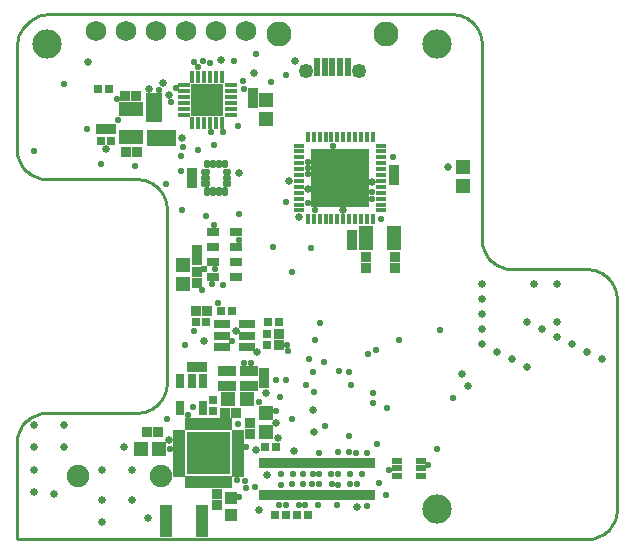
<source format=gbr>
G04 EAGLE Gerber RS-274X export*
G75*
%MOMM*%
%FSLAX34Y34*%
%LPD*%
%INSoldermask Bottom*%
%IPPOS*%
%AMOC8*
5,1,8,0,0,1.08239X$1,22.5*%
G01*
%ADD10C,2.489200*%
%ADD11R,1.016000X0.406400*%
%ADD12R,0.406400X1.016000*%
%ADD13R,2.794000X2.794000*%
%ADD14R,0.823200X0.823200*%
%ADD15R,1.203200X1.153200*%
%ADD16R,0.433200X0.863200*%
%ADD17R,0.400800X0.710800*%
%ADD18R,9.804400X0.965200*%
%ADD19R,0.603200X1.553200*%
%ADD20C,2.103200*%
%ADD21C,1.253200*%
%ADD22R,0.703200X0.703200*%
%ADD23R,0.838200X1.473200*%
%ADD24R,1.473200X0.838200*%
%ADD25R,0.453200X0.953200*%
%ADD26R,0.953200X0.453200*%
%ADD27R,4.903200X4.903200*%
%ADD28C,0.231472*%
%ADD29R,1.409600X0.683200*%
%ADD30R,1.103200X0.753200*%
%ADD31R,2.103200X1.303200*%
%ADD32R,1.303200X2.103200*%
%ADD33C,1.727200*%
%ADD34R,1.053200X0.483200*%
%ADD35R,0.483200X1.053200*%
%ADD36C,0.703200*%
%ADD37C,1.903200*%
%ADD38R,0.876300X0.508000*%
%ADD39R,1.003200X1.003200*%
%ADD40R,1.153200X1.203200*%
%ADD41R,1.103200X2.703200*%
%ADD42R,0.711200X1.168400*%
%ADD43R,1.498600X0.812800*%
%ADD44C,0.584200*%
%ADD45C,0.660400*%
%ADD46C,0.558800*%
%ADD47C,0.609600*%
%ADD48C,0.254000*%

G36*
X144419Y90908D02*
X144419Y90908D01*
X144417Y90909D01*
X144374Y90889D01*
X144330Y90871D01*
X144330Y90869D01*
X144328Y90868D01*
X144295Y90783D01*
X144295Y55013D01*
X144296Y55011D01*
X144295Y55009D01*
X144315Y54966D01*
X144333Y54922D01*
X144335Y54922D01*
X144336Y54920D01*
X144421Y54887D01*
X180191Y54887D01*
X180193Y54888D01*
X180195Y54887D01*
X180238Y54907D01*
X180282Y54925D01*
X180282Y54927D01*
X180284Y54928D01*
X180317Y55013D01*
X180317Y90783D01*
X180316Y90785D01*
X180317Y90787D01*
X180298Y90830D01*
X180281Y90868D01*
X180279Y90874D01*
X180277Y90874D01*
X180276Y90876D01*
X180191Y90909D01*
X144421Y90909D01*
X144419Y90908D01*
G37*
G36*
X181908Y43077D02*
X181908Y43077D01*
X181910Y43076D01*
X181953Y43096D01*
X181997Y43114D01*
X181998Y43116D01*
X182000Y43117D01*
X182033Y43202D01*
X182033Y53094D01*
X182032Y53096D01*
X182033Y53098D01*
X182013Y53141D01*
X181994Y53185D01*
X181992Y53185D01*
X181991Y53187D01*
X181906Y53220D01*
X177714Y53220D01*
X177712Y53219D01*
X177710Y53220D01*
X177667Y53200D01*
X177624Y53182D01*
X177623Y53180D01*
X177621Y53179D01*
X177588Y53094D01*
X177588Y43202D01*
X177589Y43200D01*
X177588Y43198D01*
X177608Y43155D01*
X177627Y43111D01*
X177629Y43111D01*
X177630Y43109D01*
X177714Y43076D01*
X181906Y43076D01*
X181908Y43077D01*
G37*
G36*
X192004Y53177D02*
X192004Y53177D01*
X192006Y53176D01*
X192049Y53196D01*
X192093Y53214D01*
X192093Y53216D01*
X192095Y53217D01*
X192128Y53302D01*
X192128Y57494D01*
X192127Y57496D01*
X192128Y57498D01*
X192108Y57541D01*
X192090Y57585D01*
X192088Y57585D01*
X192087Y57587D01*
X192002Y57620D01*
X182110Y57620D01*
X182108Y57619D01*
X182106Y57620D01*
X182063Y57600D01*
X182019Y57582D01*
X182019Y57580D01*
X182017Y57579D01*
X181984Y57494D01*
X181984Y53302D01*
X181985Y53300D01*
X181984Y53298D01*
X182004Y53255D01*
X182022Y53211D01*
X182024Y53211D01*
X182025Y53209D01*
X182110Y53176D01*
X192002Y53176D01*
X192004Y53177D01*
G37*
G36*
X192004Y58177D02*
X192004Y58177D01*
X192006Y58176D01*
X192049Y58196D01*
X192093Y58214D01*
X192093Y58216D01*
X192095Y58217D01*
X192128Y58302D01*
X192128Y62494D01*
X192127Y62496D01*
X192128Y62498D01*
X192108Y62541D01*
X192090Y62585D01*
X192088Y62585D01*
X192087Y62587D01*
X192002Y62620D01*
X182110Y62620D01*
X182108Y62619D01*
X182106Y62620D01*
X182063Y62600D01*
X182019Y62582D01*
X182019Y62580D01*
X182017Y62579D01*
X181984Y62494D01*
X181984Y58302D01*
X181985Y58300D01*
X181984Y58298D01*
X182004Y58255D01*
X182022Y58211D01*
X182024Y58211D01*
X182025Y58209D01*
X182110Y58176D01*
X192002Y58176D01*
X192004Y58177D01*
G37*
G36*
X146900Y92577D02*
X146900Y92577D01*
X146902Y92576D01*
X146945Y92596D01*
X146988Y92614D01*
X146989Y92616D01*
X146991Y92617D01*
X147024Y92702D01*
X147024Y102594D01*
X147023Y102596D01*
X147024Y102598D01*
X147004Y102641D01*
X146985Y102685D01*
X146983Y102685D01*
X146982Y102687D01*
X146898Y102720D01*
X142706Y102720D01*
X142704Y102719D01*
X142702Y102720D01*
X142659Y102700D01*
X142615Y102682D01*
X142614Y102680D01*
X142612Y102679D01*
X142579Y102594D01*
X142579Y92702D01*
X142580Y92700D01*
X142579Y92698D01*
X142599Y92655D01*
X142618Y92611D01*
X142620Y92611D01*
X142621Y92609D01*
X142706Y92576D01*
X146898Y92576D01*
X146900Y92577D01*
G37*
G36*
X142504Y58177D02*
X142504Y58177D01*
X142506Y58176D01*
X142549Y58196D01*
X142593Y58214D01*
X142593Y58216D01*
X142595Y58217D01*
X142628Y58302D01*
X142628Y62494D01*
X142627Y62496D01*
X142628Y62498D01*
X142608Y62541D01*
X142590Y62585D01*
X142588Y62585D01*
X142587Y62587D01*
X142502Y62620D01*
X132610Y62620D01*
X132608Y62619D01*
X132606Y62620D01*
X132563Y62600D01*
X132519Y62582D01*
X132519Y62580D01*
X132517Y62579D01*
X132484Y62494D01*
X132484Y58302D01*
X132485Y58300D01*
X132484Y58298D01*
X132504Y58255D01*
X132522Y58211D01*
X132524Y58211D01*
X132525Y58209D01*
X132610Y58176D01*
X142502Y58176D01*
X142504Y58177D01*
G37*
G36*
X142504Y63177D02*
X142504Y63177D01*
X142506Y63176D01*
X142549Y63196D01*
X142593Y63214D01*
X142593Y63216D01*
X142595Y63217D01*
X142628Y63302D01*
X142628Y67494D01*
X142627Y67496D01*
X142628Y67498D01*
X142608Y67541D01*
X142590Y67585D01*
X142588Y67585D01*
X142587Y67587D01*
X142502Y67620D01*
X132610Y67620D01*
X132608Y67619D01*
X132606Y67620D01*
X132563Y67600D01*
X132519Y67582D01*
X132519Y67580D01*
X132517Y67579D01*
X132484Y67494D01*
X132484Y63302D01*
X132485Y63300D01*
X132484Y63298D01*
X132504Y63255D01*
X132522Y63211D01*
X132524Y63211D01*
X132525Y63209D01*
X132610Y63176D01*
X142502Y63176D01*
X142504Y63177D01*
G37*
G36*
X181908Y92577D02*
X181908Y92577D01*
X181910Y92576D01*
X181953Y92596D01*
X181997Y92614D01*
X181998Y92616D01*
X182000Y92617D01*
X182033Y92702D01*
X182033Y102594D01*
X182032Y102596D01*
X182033Y102598D01*
X182013Y102641D01*
X181994Y102685D01*
X181992Y102685D01*
X181991Y102687D01*
X181906Y102720D01*
X177714Y102720D01*
X177712Y102719D01*
X177710Y102720D01*
X177667Y102700D01*
X177624Y102682D01*
X177623Y102680D01*
X177621Y102679D01*
X177588Y102594D01*
X177588Y92702D01*
X177589Y92700D01*
X177588Y92698D01*
X177608Y92655D01*
X177627Y92611D01*
X177629Y92611D01*
X177630Y92609D01*
X177714Y92576D01*
X181906Y92576D01*
X181908Y92577D01*
G37*
G36*
X142504Y88177D02*
X142504Y88177D01*
X142506Y88176D01*
X142549Y88196D01*
X142593Y88214D01*
X142593Y88216D01*
X142595Y88217D01*
X142628Y88302D01*
X142628Y92494D01*
X142627Y92496D01*
X142628Y92498D01*
X142608Y92541D01*
X142590Y92585D01*
X142588Y92585D01*
X142587Y92587D01*
X142502Y92620D01*
X132610Y92620D01*
X132608Y92619D01*
X132606Y92620D01*
X132563Y92600D01*
X132519Y92582D01*
X132519Y92580D01*
X132517Y92579D01*
X132484Y92494D01*
X132484Y88302D01*
X132485Y88300D01*
X132484Y88298D01*
X132504Y88255D01*
X132522Y88211D01*
X132524Y88211D01*
X132525Y88209D01*
X132610Y88176D01*
X142502Y88176D01*
X142504Y88177D01*
G37*
G36*
X192004Y78177D02*
X192004Y78177D01*
X192006Y78176D01*
X192049Y78196D01*
X192093Y78214D01*
X192093Y78216D01*
X192095Y78217D01*
X192128Y78302D01*
X192128Y82494D01*
X192127Y82496D01*
X192128Y82498D01*
X192108Y82541D01*
X192090Y82585D01*
X192088Y82585D01*
X192087Y82587D01*
X192002Y82620D01*
X182110Y82620D01*
X182108Y82619D01*
X182106Y82620D01*
X182063Y82600D01*
X182019Y82582D01*
X182019Y82580D01*
X182017Y82579D01*
X181984Y82494D01*
X181984Y78302D01*
X181985Y78300D01*
X181984Y78298D01*
X182004Y78255D01*
X182022Y78211D01*
X182024Y78211D01*
X182025Y78209D01*
X182110Y78176D01*
X192002Y78176D01*
X192004Y78177D01*
G37*
G36*
X146900Y43077D02*
X146900Y43077D01*
X146902Y43076D01*
X146945Y43096D01*
X146988Y43114D01*
X146989Y43116D01*
X146991Y43117D01*
X147024Y43202D01*
X147024Y53094D01*
X147023Y53096D01*
X147024Y53098D01*
X147004Y53141D01*
X146985Y53185D01*
X146983Y53185D01*
X146982Y53187D01*
X146898Y53220D01*
X142706Y53220D01*
X142704Y53219D01*
X142702Y53220D01*
X142659Y53200D01*
X142615Y53182D01*
X142614Y53180D01*
X142612Y53179D01*
X142579Y53094D01*
X142579Y43202D01*
X142580Y43200D01*
X142579Y43198D01*
X142599Y43155D01*
X142618Y43111D01*
X142620Y43111D01*
X142621Y43109D01*
X142706Y43076D01*
X146898Y43076D01*
X146900Y43077D01*
G37*
G36*
X192004Y83177D02*
X192004Y83177D01*
X192006Y83176D01*
X192049Y83196D01*
X192093Y83214D01*
X192093Y83216D01*
X192095Y83217D01*
X192128Y83302D01*
X192128Y87494D01*
X192127Y87496D01*
X192128Y87498D01*
X192108Y87541D01*
X192090Y87585D01*
X192088Y87585D01*
X192087Y87587D01*
X192002Y87620D01*
X182110Y87620D01*
X182108Y87619D01*
X182106Y87620D01*
X182063Y87600D01*
X182019Y87582D01*
X182019Y87580D01*
X182017Y87579D01*
X181984Y87494D01*
X181984Y83302D01*
X181985Y83300D01*
X181984Y83298D01*
X182004Y83255D01*
X182022Y83211D01*
X182024Y83211D01*
X182025Y83209D01*
X182110Y83176D01*
X192002Y83176D01*
X192004Y83177D01*
G37*
G36*
X142504Y83177D02*
X142504Y83177D01*
X142506Y83176D01*
X142549Y83196D01*
X142593Y83214D01*
X142593Y83216D01*
X142595Y83217D01*
X142628Y83302D01*
X142628Y87494D01*
X142627Y87496D01*
X142628Y87498D01*
X142608Y87541D01*
X142590Y87585D01*
X142588Y87585D01*
X142587Y87587D01*
X142502Y87620D01*
X132610Y87620D01*
X132608Y87619D01*
X132606Y87620D01*
X132563Y87600D01*
X132519Y87582D01*
X132519Y87580D01*
X132517Y87579D01*
X132484Y87494D01*
X132484Y83302D01*
X132485Y83300D01*
X132484Y83298D01*
X132504Y83255D01*
X132522Y83211D01*
X132524Y83211D01*
X132525Y83209D01*
X132610Y83176D01*
X142502Y83176D01*
X142504Y83177D01*
G37*
G36*
X176907Y92577D02*
X176907Y92577D01*
X176909Y92576D01*
X176952Y92596D01*
X176996Y92614D01*
X176997Y92616D01*
X176999Y92617D01*
X177031Y92702D01*
X177031Y102594D01*
X177031Y102596D01*
X177031Y102598D01*
X177011Y102641D01*
X176993Y102685D01*
X176991Y102685D01*
X176990Y102687D01*
X176905Y102720D01*
X172713Y102720D01*
X172711Y102719D01*
X172709Y102720D01*
X172666Y102700D01*
X172623Y102682D01*
X172622Y102680D01*
X172620Y102679D01*
X172587Y102594D01*
X172587Y92702D01*
X172588Y92700D01*
X172587Y92698D01*
X172607Y92655D01*
X172625Y92611D01*
X172627Y92611D01*
X172628Y92609D01*
X172713Y92576D01*
X176905Y92576D01*
X176907Y92577D01*
G37*
G36*
X161903Y92577D02*
X161903Y92577D01*
X161905Y92576D01*
X161948Y92596D01*
X161992Y92614D01*
X161993Y92616D01*
X161995Y92617D01*
X162028Y92702D01*
X162028Y102594D01*
X162027Y102596D01*
X162028Y102598D01*
X162008Y102641D01*
X161989Y102685D01*
X161987Y102685D01*
X161986Y102687D01*
X161901Y102720D01*
X157709Y102720D01*
X157707Y102719D01*
X157705Y102720D01*
X157662Y102700D01*
X157619Y102682D01*
X157618Y102680D01*
X157616Y102679D01*
X157583Y102594D01*
X157583Y92702D01*
X157584Y92700D01*
X157583Y92698D01*
X157603Y92655D01*
X157622Y92611D01*
X157624Y92611D01*
X157625Y92609D01*
X157709Y92576D01*
X161901Y92576D01*
X161903Y92577D01*
G37*
G36*
X156902Y43077D02*
X156902Y43077D01*
X156904Y43076D01*
X156947Y43096D01*
X156991Y43114D01*
X156992Y43116D01*
X156994Y43117D01*
X157026Y43202D01*
X157026Y53094D01*
X157025Y53096D01*
X157026Y53098D01*
X157006Y53141D01*
X156988Y53185D01*
X156986Y53185D01*
X156985Y53187D01*
X156900Y53220D01*
X152708Y53220D01*
X152706Y53219D01*
X152704Y53220D01*
X152661Y53200D01*
X152617Y53182D01*
X152617Y53180D01*
X152615Y53179D01*
X152582Y53094D01*
X152582Y43202D01*
X152583Y43200D01*
X152582Y43198D01*
X152602Y43155D01*
X152620Y43111D01*
X152622Y43111D01*
X152623Y43109D01*
X152708Y43076D01*
X156900Y43076D01*
X156902Y43077D01*
G37*
G36*
X161903Y43077D02*
X161903Y43077D01*
X161905Y43076D01*
X161948Y43096D01*
X161992Y43114D01*
X161993Y43116D01*
X161995Y43117D01*
X162028Y43202D01*
X162028Y53094D01*
X162027Y53096D01*
X162028Y53098D01*
X162008Y53141D01*
X161989Y53185D01*
X161987Y53185D01*
X161986Y53187D01*
X161901Y53220D01*
X157709Y53220D01*
X157707Y53219D01*
X157705Y53220D01*
X157662Y53200D01*
X157619Y53182D01*
X157618Y53180D01*
X157616Y53179D01*
X157583Y53094D01*
X157583Y43202D01*
X157584Y43200D01*
X157583Y43198D01*
X157603Y43155D01*
X157622Y43111D01*
X157624Y43111D01*
X157625Y43109D01*
X157709Y43076D01*
X161901Y43076D01*
X161903Y43077D01*
G37*
G36*
X192004Y88177D02*
X192004Y88177D01*
X192006Y88176D01*
X192049Y88196D01*
X192093Y88214D01*
X192093Y88216D01*
X192095Y88217D01*
X192128Y88302D01*
X192128Y92494D01*
X192127Y92496D01*
X192128Y92498D01*
X192108Y92541D01*
X192090Y92585D01*
X192088Y92585D01*
X192087Y92587D01*
X192002Y92620D01*
X182110Y92620D01*
X182108Y92619D01*
X182106Y92620D01*
X182063Y92600D01*
X182019Y92582D01*
X182019Y92580D01*
X182017Y92579D01*
X181984Y92494D01*
X181984Y88302D01*
X181985Y88300D01*
X181984Y88298D01*
X182004Y88255D01*
X182022Y88211D01*
X182024Y88211D01*
X182025Y88209D01*
X182110Y88176D01*
X192002Y88176D01*
X192004Y88177D01*
G37*
G36*
X142504Y78177D02*
X142504Y78177D01*
X142506Y78176D01*
X142549Y78196D01*
X142593Y78214D01*
X142593Y78216D01*
X142595Y78217D01*
X142628Y78302D01*
X142628Y82494D01*
X142627Y82496D01*
X142628Y82498D01*
X142608Y82541D01*
X142590Y82585D01*
X142588Y82585D01*
X142587Y82587D01*
X142502Y82620D01*
X132610Y82620D01*
X132608Y82619D01*
X132606Y82620D01*
X132563Y82600D01*
X132519Y82582D01*
X132519Y82580D01*
X132517Y82579D01*
X132484Y82494D01*
X132484Y78302D01*
X132485Y78300D01*
X132484Y78298D01*
X132504Y78255D01*
X132522Y78211D01*
X132524Y78211D01*
X132525Y78209D01*
X132610Y78176D01*
X142502Y78176D01*
X142504Y78177D01*
G37*
G36*
X151901Y43077D02*
X151901Y43077D01*
X151903Y43076D01*
X151946Y43096D01*
X151990Y43114D01*
X151990Y43116D01*
X151992Y43117D01*
X152025Y43202D01*
X152025Y53094D01*
X152024Y53096D01*
X152025Y53098D01*
X152005Y53141D01*
X151987Y53185D01*
X151985Y53185D01*
X151984Y53187D01*
X151899Y53220D01*
X147707Y53220D01*
X147705Y53219D01*
X147703Y53220D01*
X147660Y53200D01*
X147616Y53182D01*
X147615Y53180D01*
X147613Y53179D01*
X147581Y53094D01*
X147581Y43202D01*
X147582Y43200D01*
X147581Y43198D01*
X147601Y43155D01*
X147619Y43111D01*
X147621Y43111D01*
X147622Y43109D01*
X147707Y43076D01*
X151899Y43076D01*
X151901Y43077D01*
G37*
G36*
X166905Y92577D02*
X166905Y92577D01*
X166907Y92576D01*
X166950Y92596D01*
X166993Y92614D01*
X166994Y92616D01*
X166996Y92617D01*
X167029Y92702D01*
X167029Y102594D01*
X167028Y102596D01*
X167029Y102598D01*
X167009Y102641D01*
X166990Y102685D01*
X166988Y102685D01*
X166988Y102687D01*
X166903Y102720D01*
X162711Y102720D01*
X162709Y102719D01*
X162707Y102720D01*
X162664Y102700D01*
X162620Y102682D01*
X162619Y102680D01*
X162617Y102679D01*
X162584Y102594D01*
X162584Y92702D01*
X162585Y92700D01*
X162585Y92698D01*
X162604Y92655D01*
X162623Y92611D01*
X162625Y92611D01*
X162626Y92609D01*
X162711Y92576D01*
X166903Y92576D01*
X166905Y92577D01*
G37*
G36*
X166905Y43077D02*
X166905Y43077D01*
X166907Y43076D01*
X166950Y43096D01*
X166993Y43114D01*
X166994Y43116D01*
X166996Y43117D01*
X167029Y43202D01*
X167029Y53094D01*
X167028Y53096D01*
X167029Y53098D01*
X167009Y53141D01*
X166990Y53185D01*
X166988Y53185D01*
X166988Y53187D01*
X166903Y53220D01*
X162711Y53220D01*
X162709Y53219D01*
X162707Y53220D01*
X162664Y53200D01*
X162620Y53182D01*
X162619Y53180D01*
X162617Y53179D01*
X162584Y53094D01*
X162584Y43202D01*
X162585Y43200D01*
X162585Y43198D01*
X162604Y43155D01*
X162623Y43111D01*
X162625Y43111D01*
X162626Y43109D01*
X162711Y43076D01*
X166903Y43076D01*
X166905Y43077D01*
G37*
G36*
X176907Y43077D02*
X176907Y43077D01*
X176909Y43076D01*
X176952Y43096D01*
X176996Y43114D01*
X176997Y43116D01*
X176999Y43117D01*
X177031Y43202D01*
X177031Y53094D01*
X177031Y53096D01*
X177031Y53098D01*
X177011Y53141D01*
X176993Y53185D01*
X176991Y53185D01*
X176990Y53187D01*
X176905Y53220D01*
X172713Y53220D01*
X172711Y53219D01*
X172709Y53220D01*
X172666Y53200D01*
X172623Y53182D01*
X172622Y53180D01*
X172620Y53179D01*
X172587Y53094D01*
X172587Y43202D01*
X172588Y43200D01*
X172587Y43198D01*
X172607Y43155D01*
X172625Y43111D01*
X172627Y43111D01*
X172628Y43109D01*
X172713Y43076D01*
X176905Y43076D01*
X176907Y43077D01*
G37*
G36*
X192004Y73177D02*
X192004Y73177D01*
X192006Y73176D01*
X192049Y73196D01*
X192093Y73214D01*
X192093Y73216D01*
X192095Y73217D01*
X192128Y73302D01*
X192128Y77494D01*
X192127Y77496D01*
X192128Y77498D01*
X192108Y77541D01*
X192090Y77585D01*
X192088Y77585D01*
X192087Y77587D01*
X192002Y77620D01*
X182110Y77620D01*
X182108Y77619D01*
X182106Y77620D01*
X182063Y77600D01*
X182019Y77582D01*
X182019Y77580D01*
X182017Y77579D01*
X181984Y77494D01*
X181984Y73302D01*
X181985Y73300D01*
X181984Y73298D01*
X182004Y73255D01*
X182022Y73211D01*
X182024Y73211D01*
X182025Y73209D01*
X182110Y73176D01*
X192002Y73176D01*
X192004Y73177D01*
G37*
G36*
X171906Y43077D02*
X171906Y43077D01*
X171908Y43076D01*
X171951Y43096D01*
X171995Y43114D01*
X171995Y43116D01*
X171997Y43117D01*
X172030Y43202D01*
X172030Y53094D01*
X172029Y53096D01*
X172030Y53098D01*
X172010Y53141D01*
X171992Y53185D01*
X171990Y53185D01*
X171989Y53187D01*
X171904Y53220D01*
X167712Y53220D01*
X167710Y53219D01*
X167708Y53220D01*
X167665Y53200D01*
X167621Y53182D01*
X167620Y53180D01*
X167619Y53179D01*
X167586Y53094D01*
X167586Y43202D01*
X167587Y43200D01*
X167586Y43198D01*
X167606Y43155D01*
X167624Y43111D01*
X167626Y43111D01*
X167627Y43109D01*
X167712Y43076D01*
X171904Y43076D01*
X171906Y43077D01*
G37*
G36*
X192004Y68177D02*
X192004Y68177D01*
X192006Y68176D01*
X192049Y68196D01*
X192093Y68214D01*
X192093Y68216D01*
X192095Y68217D01*
X192128Y68302D01*
X192128Y72494D01*
X192127Y72496D01*
X192128Y72498D01*
X192108Y72541D01*
X192090Y72585D01*
X192088Y72585D01*
X192087Y72587D01*
X192002Y72620D01*
X182110Y72620D01*
X182108Y72619D01*
X182106Y72620D01*
X182063Y72600D01*
X182019Y72582D01*
X182019Y72580D01*
X182017Y72579D01*
X181984Y72494D01*
X181984Y68302D01*
X181985Y68300D01*
X181984Y68298D01*
X182004Y68255D01*
X182022Y68211D01*
X182024Y68211D01*
X182025Y68209D01*
X182110Y68176D01*
X192002Y68176D01*
X192004Y68177D01*
G37*
G36*
X142504Y68177D02*
X142504Y68177D01*
X142506Y68176D01*
X142549Y68196D01*
X142593Y68214D01*
X142593Y68216D01*
X142595Y68217D01*
X142628Y68302D01*
X142628Y72494D01*
X142627Y72496D01*
X142628Y72498D01*
X142608Y72541D01*
X142590Y72585D01*
X142588Y72585D01*
X142587Y72587D01*
X142502Y72620D01*
X132610Y72620D01*
X132608Y72619D01*
X132606Y72620D01*
X132563Y72600D01*
X132519Y72582D01*
X132519Y72580D01*
X132517Y72579D01*
X132484Y72494D01*
X132484Y68302D01*
X132485Y68300D01*
X132484Y68298D01*
X132504Y68255D01*
X132522Y68211D01*
X132524Y68211D01*
X132525Y68209D01*
X132610Y68176D01*
X142502Y68176D01*
X142504Y68177D01*
G37*
G36*
X156902Y92577D02*
X156902Y92577D01*
X156904Y92576D01*
X156947Y92596D01*
X156991Y92614D01*
X156992Y92616D01*
X156994Y92617D01*
X157026Y92702D01*
X157026Y102594D01*
X157025Y102596D01*
X157026Y102598D01*
X157006Y102641D01*
X156988Y102685D01*
X156986Y102685D01*
X156985Y102687D01*
X156900Y102720D01*
X152708Y102720D01*
X152706Y102719D01*
X152704Y102720D01*
X152661Y102700D01*
X152617Y102682D01*
X152617Y102680D01*
X152615Y102679D01*
X152582Y102594D01*
X152582Y92702D01*
X152583Y92700D01*
X152582Y92698D01*
X152602Y92655D01*
X152620Y92611D01*
X152622Y92611D01*
X152623Y92609D01*
X152708Y92576D01*
X156900Y92576D01*
X156902Y92577D01*
G37*
G36*
X142504Y53177D02*
X142504Y53177D01*
X142506Y53176D01*
X142549Y53196D01*
X142593Y53214D01*
X142593Y53216D01*
X142595Y53217D01*
X142628Y53302D01*
X142628Y57494D01*
X142627Y57496D01*
X142628Y57498D01*
X142608Y57541D01*
X142590Y57585D01*
X142588Y57585D01*
X142587Y57587D01*
X142502Y57620D01*
X132610Y57620D01*
X132608Y57619D01*
X132606Y57620D01*
X132563Y57600D01*
X132519Y57582D01*
X132519Y57580D01*
X132517Y57579D01*
X132484Y57494D01*
X132484Y53302D01*
X132485Y53300D01*
X132484Y53298D01*
X132504Y53255D01*
X132522Y53211D01*
X132524Y53211D01*
X132525Y53209D01*
X132610Y53176D01*
X142502Y53176D01*
X142504Y53177D01*
G37*
G36*
X151901Y92577D02*
X151901Y92577D01*
X151903Y92576D01*
X151946Y92596D01*
X151990Y92614D01*
X151990Y92616D01*
X151992Y92617D01*
X152025Y92702D01*
X152025Y102594D01*
X152024Y102596D01*
X152025Y102598D01*
X152005Y102641D01*
X151987Y102685D01*
X151985Y102685D01*
X151984Y102687D01*
X151899Y102720D01*
X147707Y102720D01*
X147705Y102719D01*
X147703Y102720D01*
X147660Y102700D01*
X147616Y102682D01*
X147615Y102680D01*
X147613Y102679D01*
X147581Y102594D01*
X147581Y92702D01*
X147582Y92700D01*
X147581Y92698D01*
X147601Y92655D01*
X147619Y92611D01*
X147621Y92611D01*
X147622Y92609D01*
X147707Y92576D01*
X151899Y92576D01*
X151901Y92577D01*
G37*
G36*
X171906Y92577D02*
X171906Y92577D01*
X171908Y92576D01*
X171951Y92596D01*
X171995Y92614D01*
X171995Y92616D01*
X171997Y92617D01*
X172030Y92702D01*
X172030Y102594D01*
X172029Y102596D01*
X172030Y102598D01*
X172010Y102641D01*
X171992Y102685D01*
X171990Y102685D01*
X171989Y102687D01*
X171904Y102720D01*
X167712Y102720D01*
X167710Y102719D01*
X167708Y102720D01*
X167665Y102700D01*
X167621Y102682D01*
X167620Y102680D01*
X167619Y102679D01*
X167586Y102594D01*
X167586Y92702D01*
X167587Y92700D01*
X167586Y92698D01*
X167606Y92655D01*
X167624Y92611D01*
X167626Y92611D01*
X167627Y92609D01*
X167712Y92576D01*
X171904Y92576D01*
X171906Y92577D01*
G37*
G36*
X142504Y73177D02*
X142504Y73177D01*
X142506Y73176D01*
X142549Y73196D01*
X142593Y73214D01*
X142593Y73216D01*
X142595Y73217D01*
X142628Y73302D01*
X142628Y77494D01*
X142627Y77496D01*
X142628Y77498D01*
X142608Y77541D01*
X142590Y77585D01*
X142588Y77585D01*
X142587Y77587D01*
X142502Y77620D01*
X132610Y77620D01*
X132608Y77619D01*
X132606Y77620D01*
X132563Y77600D01*
X132519Y77582D01*
X132519Y77580D01*
X132517Y77579D01*
X132484Y77494D01*
X132484Y73302D01*
X132485Y73300D01*
X132484Y73298D01*
X132504Y73255D01*
X132522Y73211D01*
X132524Y73211D01*
X132525Y73209D01*
X132610Y73176D01*
X142502Y73176D01*
X142504Y73177D01*
G37*
G36*
X192004Y63177D02*
X192004Y63177D01*
X192006Y63176D01*
X192049Y63196D01*
X192093Y63214D01*
X192093Y63216D01*
X192095Y63217D01*
X192128Y63302D01*
X192128Y67494D01*
X192127Y67496D01*
X192128Y67498D01*
X192108Y67541D01*
X192090Y67585D01*
X192088Y67585D01*
X192087Y67587D01*
X192002Y67620D01*
X182110Y67620D01*
X182108Y67619D01*
X182106Y67620D01*
X182063Y67600D01*
X182019Y67582D01*
X182019Y67580D01*
X182017Y67579D01*
X181984Y67494D01*
X181984Y63302D01*
X181985Y63300D01*
X181984Y63298D01*
X182004Y63255D01*
X182022Y63211D01*
X182024Y63211D01*
X182025Y63209D01*
X182110Y63176D01*
X192002Y63176D01*
X192004Y63177D01*
G37*
%LPC*%
G36*
X148621Y59213D02*
X148621Y59213D01*
X148621Y62961D01*
X152369Y62961D01*
X152369Y59213D01*
X148621Y59213D01*
G37*
%LPD*%
%LPC*%
G36*
X156495Y59213D02*
X156495Y59213D01*
X156495Y62961D01*
X160243Y62961D01*
X160243Y59213D01*
X156495Y59213D01*
G37*
%LPD*%
%LPC*%
G36*
X164369Y59213D02*
X164369Y59213D01*
X164369Y62961D01*
X168117Y62961D01*
X168117Y59213D01*
X164369Y59213D01*
G37*
%LPD*%
%LPC*%
G36*
X172243Y59213D02*
X172243Y59213D01*
X172243Y62961D01*
X175991Y62961D01*
X175991Y59213D01*
X172243Y59213D01*
G37*
%LPD*%
%LPC*%
G36*
X172243Y67087D02*
X172243Y67087D01*
X172243Y70835D01*
X175991Y70835D01*
X175991Y67087D01*
X172243Y67087D01*
G37*
%LPD*%
%LPC*%
G36*
X164369Y67087D02*
X164369Y67087D01*
X164369Y70835D01*
X168117Y70835D01*
X168117Y67087D01*
X164369Y67087D01*
G37*
%LPD*%
%LPC*%
G36*
X156495Y67087D02*
X156495Y67087D01*
X156495Y70835D01*
X160243Y70835D01*
X160243Y67087D01*
X156495Y67087D01*
G37*
%LPD*%
%LPC*%
G36*
X148621Y67087D02*
X148621Y67087D01*
X148621Y70835D01*
X152369Y70835D01*
X152369Y67087D01*
X148621Y67087D01*
G37*
%LPD*%
%LPC*%
G36*
X148621Y82835D02*
X148621Y82835D01*
X148621Y86583D01*
X152369Y86583D01*
X152369Y82835D01*
X148621Y82835D01*
G37*
%LPD*%
%LPC*%
G36*
X156495Y74961D02*
X156495Y74961D01*
X156495Y78709D01*
X160243Y78709D01*
X160243Y74961D01*
X156495Y74961D01*
G37*
%LPD*%
%LPC*%
G36*
X164369Y74961D02*
X164369Y74961D01*
X164369Y78709D01*
X168117Y78709D01*
X168117Y74961D01*
X164369Y74961D01*
G37*
%LPD*%
%LPC*%
G36*
X172243Y74961D02*
X172243Y74961D01*
X172243Y78709D01*
X175991Y78709D01*
X175991Y74961D01*
X172243Y74961D01*
G37*
%LPD*%
%LPC*%
G36*
X148621Y74961D02*
X148621Y74961D01*
X148621Y78709D01*
X152369Y78709D01*
X152369Y74961D01*
X148621Y74961D01*
G37*
%LPD*%
%LPC*%
G36*
X172243Y82835D02*
X172243Y82835D01*
X172243Y86583D01*
X175991Y86583D01*
X175991Y82835D01*
X172243Y82835D01*
G37*
%LPD*%
%LPC*%
G36*
X164369Y82835D02*
X164369Y82835D01*
X164369Y86583D01*
X168117Y86583D01*
X168117Y82835D01*
X164369Y82835D01*
G37*
%LPD*%
%LPC*%
G36*
X156495Y82835D02*
X156495Y82835D01*
X156495Y86583D01*
X160243Y86583D01*
X160243Y82835D01*
X156495Y82835D01*
G37*
%LPD*%
D10*
X355600Y25400D03*
X25400Y419100D03*
X355600Y419100D03*
D11*
X180975Y384810D03*
X180975Y379730D03*
X180975Y374650D03*
X180975Y369570D03*
X180975Y364490D03*
X180975Y359410D03*
D12*
X173990Y352425D03*
X168910Y352425D03*
X163830Y352425D03*
X158750Y352425D03*
X153670Y352425D03*
X148590Y352425D03*
D11*
X141605Y359410D03*
X141605Y364490D03*
X141605Y369570D03*
X141605Y374650D03*
X141605Y379730D03*
X141605Y384810D03*
D12*
X148590Y391795D03*
X153670Y391795D03*
X158750Y391795D03*
X163830Y391795D03*
X168910Y391795D03*
X173990Y391795D03*
D13*
X161290Y372110D03*
D14*
X319360Y303938D03*
X319360Y312938D03*
D15*
X211328Y355982D03*
X211328Y371982D03*
D14*
X199644Y378134D03*
X199644Y369134D03*
X283546Y257820D03*
X283546Y248820D03*
X101020Y375158D03*
X92020Y375158D03*
X101528Y328168D03*
X92528Y328168D03*
X320122Y238770D03*
X320122Y229770D03*
X152400Y225988D03*
X152400Y216988D03*
X152400Y236292D03*
X152400Y245292D03*
X148336Y301316D03*
X148336Y310316D03*
X79938Y347726D03*
X70938Y347726D03*
X295738Y238770D03*
X295738Y229770D03*
X221996Y164664D03*
X221996Y173664D03*
X160710Y193548D03*
X151710Y193548D03*
D15*
X378206Y314832D03*
X378206Y298832D03*
D16*
X212000Y37250D03*
X212000Y64350D03*
X216000Y37250D03*
X216000Y64350D03*
X220000Y37250D03*
X220000Y64350D03*
X224000Y37250D03*
X224000Y64350D03*
X228000Y37250D03*
X228000Y64350D03*
X232000Y37250D03*
X232000Y64350D03*
X236000Y37250D03*
X236000Y64350D03*
X240000Y37250D03*
X240000Y64350D03*
X244000Y37250D03*
X244000Y64350D03*
X248000Y37250D03*
X248000Y64350D03*
X252000Y37250D03*
X252000Y64350D03*
X256000Y37250D03*
X256000Y64350D03*
X260000Y37250D03*
X260000Y64350D03*
X264000Y37250D03*
X264000Y64350D03*
X268000Y37250D03*
X268000Y64350D03*
X272000Y37250D03*
X272000Y64350D03*
X276000Y37250D03*
X276000Y64350D03*
X280000Y37250D03*
X280000Y64350D03*
X284000Y37250D03*
X284000Y64350D03*
X288000Y37250D03*
X288000Y64350D03*
X292000Y37250D03*
X292000Y64350D03*
X296000Y37250D03*
X296000Y64350D03*
D17*
X300750Y37250D03*
X300750Y64350D03*
X207250Y37250D03*
X207250Y64350D03*
D18*
X254254Y64262D03*
X254254Y37338D03*
D19*
X267208Y399482D03*
X260708Y399482D03*
X280208Y399482D03*
D20*
X312208Y427482D03*
X222208Y427482D03*
D21*
X244958Y396232D03*
X289458Y396232D03*
D19*
X273708Y399482D03*
X254208Y399482D03*
D22*
X212924Y183642D03*
X221924Y183642D03*
X77652Y381254D03*
X68652Y381254D03*
X212090Y164664D03*
X212090Y173664D03*
X160456Y183642D03*
X151456Y183642D03*
X79938Y337566D03*
X70938Y337566D03*
X182300Y193548D03*
X173300Y193548D03*
X218512Y20574D03*
X227512Y20574D03*
X237308Y20574D03*
X246308Y20574D03*
X219130Y78486D03*
X210130Y78486D03*
D23*
X114300Y339852D03*
X122428Y339852D03*
X130556Y339852D03*
D24*
X116078Y357378D03*
X116078Y365506D03*
X116078Y373634D03*
D25*
X301394Y271148D03*
X296394Y271148D03*
X291394Y271148D03*
X286394Y271148D03*
X281394Y271148D03*
X276394Y271148D03*
X271394Y271148D03*
X266394Y271148D03*
X261394Y271148D03*
X256394Y271148D03*
X251394Y271148D03*
X246394Y271148D03*
D26*
X239144Y278398D03*
X239144Y283398D03*
X239144Y288398D03*
X239144Y293398D03*
X239144Y298398D03*
X239144Y303398D03*
X239144Y308398D03*
X239144Y313398D03*
X239144Y318398D03*
X239144Y323398D03*
X239144Y328398D03*
X239144Y333398D03*
D25*
X246394Y340648D03*
X251394Y340648D03*
X256394Y340648D03*
X261394Y340648D03*
X266394Y340648D03*
X271394Y340648D03*
X276394Y340648D03*
X281394Y340648D03*
X286394Y340648D03*
X291394Y340648D03*
X296394Y340648D03*
X301394Y340648D03*
D26*
X308644Y333398D03*
X308644Y328398D03*
X308644Y323398D03*
X308644Y318398D03*
X308644Y313398D03*
X308644Y308398D03*
X308644Y303398D03*
X308644Y298398D03*
X308644Y293398D03*
X308644Y288398D03*
X308644Y283398D03*
X308644Y278398D03*
D27*
X273894Y305898D03*
D28*
X177261Y297287D02*
X177261Y292569D01*
X174543Y292569D01*
X174543Y297287D01*
X177261Y297287D01*
X177261Y294768D02*
X174543Y294768D01*
X174543Y296967D02*
X177261Y296967D01*
X172261Y297287D02*
X172261Y292569D01*
X169543Y292569D01*
X169543Y297287D01*
X172261Y297287D01*
X172261Y294768D02*
X169543Y294768D01*
X169543Y296967D02*
X172261Y296967D01*
X167261Y297287D02*
X167261Y292569D01*
X164543Y292569D01*
X164543Y297287D01*
X167261Y297287D01*
X167261Y294768D02*
X164543Y294768D01*
X164543Y296967D02*
X167261Y296967D01*
X162261Y297287D02*
X162261Y292569D01*
X159543Y292569D01*
X159543Y297287D01*
X162261Y297287D01*
X162261Y294768D02*
X159543Y294768D01*
X159543Y296967D02*
X162261Y296967D01*
X161611Y300219D02*
X156893Y300219D01*
X156893Y302937D01*
X161611Y302937D01*
X161611Y300219D01*
X161611Y302418D02*
X156893Y302418D01*
X156893Y305219D02*
X161611Y305219D01*
X156893Y305219D02*
X156893Y307937D01*
X161611Y307937D01*
X161611Y305219D01*
X161611Y307418D02*
X156893Y307418D01*
X156893Y310219D02*
X161611Y310219D01*
X156893Y310219D02*
X156893Y312937D01*
X161611Y312937D01*
X161611Y310219D01*
X161611Y312418D02*
X156893Y312418D01*
X159543Y315869D02*
X159543Y320587D01*
X162261Y320587D01*
X162261Y315869D01*
X159543Y315869D01*
X159543Y318068D02*
X162261Y318068D01*
X162261Y320267D02*
X159543Y320267D01*
X164543Y320587D02*
X164543Y315869D01*
X164543Y320587D02*
X167261Y320587D01*
X167261Y315869D01*
X164543Y315869D01*
X164543Y318068D02*
X167261Y318068D01*
X167261Y320267D02*
X164543Y320267D01*
X169543Y320587D02*
X169543Y315869D01*
X169543Y320587D02*
X172261Y320587D01*
X172261Y315869D01*
X169543Y315869D01*
X169543Y318068D02*
X172261Y318068D01*
X172261Y320267D02*
X169543Y320267D01*
X174543Y320587D02*
X174543Y315869D01*
X174543Y320587D02*
X177261Y320587D01*
X177261Y315869D01*
X174543Y315869D01*
X174543Y318068D02*
X177261Y318068D01*
X177261Y320267D02*
X174543Y320267D01*
X175193Y312937D02*
X179911Y312937D01*
X179911Y310219D01*
X175193Y310219D01*
X175193Y312937D01*
X175193Y312418D02*
X179911Y312418D01*
X179911Y307937D02*
X175193Y307937D01*
X179911Y307937D02*
X179911Y305219D01*
X175193Y305219D01*
X175193Y307937D01*
X175193Y307418D02*
X179911Y307418D01*
X179911Y302937D02*
X175193Y302937D01*
X179911Y302937D02*
X179911Y300219D01*
X175193Y300219D01*
X175193Y302937D01*
X175193Y302418D02*
X179911Y302418D01*
D29*
X173912Y162966D03*
X173912Y172466D03*
X173912Y181966D03*
X194896Y181966D03*
X194896Y172466D03*
X194896Y162966D03*
D30*
X166022Y222296D03*
X166022Y234796D03*
X166022Y247296D03*
X166022Y259796D03*
X186022Y259796D03*
X186022Y247296D03*
X186022Y234796D03*
X186022Y222296D03*
D31*
X97028Y340552D03*
X97028Y364552D03*
D32*
X319676Y255098D03*
X295676Y255098D03*
D33*
X118066Y429986D03*
X143466Y429986D03*
X67266Y429986D03*
X92666Y429986D03*
X168866Y429986D03*
X194266Y429986D03*
D34*
X187056Y90398D03*
X187056Y85398D03*
X187056Y80398D03*
X187056Y75398D03*
X187056Y70398D03*
X187056Y65398D03*
X187056Y60398D03*
X187056Y55398D03*
D35*
X179810Y48148D03*
X174809Y48148D03*
X169808Y48148D03*
X164807Y48148D03*
X159805Y48148D03*
X154804Y48148D03*
X149803Y48148D03*
X144802Y48148D03*
D34*
X137556Y55398D03*
X137556Y60398D03*
X137556Y65398D03*
X137556Y70398D03*
X137556Y75398D03*
X137556Y80398D03*
X137556Y85398D03*
X137556Y90398D03*
D35*
X144802Y97648D03*
X149803Y97648D03*
X154804Y97648D03*
X159805Y97648D03*
X164807Y97648D03*
X169808Y97648D03*
X174809Y97648D03*
X179810Y97648D03*
D36*
X173990Y61214D03*
X173990Y68834D03*
X173990Y76962D03*
X173990Y84582D03*
X166370Y61214D03*
X166370Y68834D03*
X166370Y76962D03*
X166370Y84582D03*
X158242Y61214D03*
X158242Y68834D03*
X158242Y76962D03*
X158242Y84582D03*
X150622Y61214D03*
X150622Y68834D03*
X150622Y76962D03*
X150622Y84582D03*
D37*
X51828Y53594D03*
X121828Y53594D03*
D38*
X321882Y53698D03*
X321882Y60198D03*
X321882Y66698D03*
X342075Y66698D03*
X342075Y60198D03*
X342075Y53698D03*
D39*
X181102Y35186D03*
X181102Y20186D03*
D14*
X169418Y38282D03*
X169418Y29282D03*
X197866Y89480D03*
X197866Y98480D03*
D15*
X211074Y90806D03*
X211074Y106806D03*
D14*
X119308Y90424D03*
X110308Y90424D03*
D40*
X120776Y76454D03*
X104776Y76454D03*
D14*
X176602Y107188D03*
X185602Y107188D03*
D40*
X178690Y119126D03*
X194690Y119126D03*
D22*
X166116Y108530D03*
X166116Y117530D03*
D41*
X126232Y15494D03*
X157232Y15494D03*
D42*
X138557Y134366D03*
X148082Y134366D03*
X157607Y134366D03*
X157607Y110998D03*
X138557Y110998D03*
D43*
X196215Y142644D03*
X196215Y129644D03*
X178181Y129644D03*
X178181Y142644D03*
D14*
X157154Y145796D03*
X148154Y145796D03*
X209550Y132152D03*
X209550Y141152D03*
D15*
X140462Y216028D03*
X140462Y232028D03*
D44*
X355600Y76200D03*
X86106Y354838D03*
X120142Y380746D03*
X139192Y324612D03*
X167640Y228600D03*
X198120Y149098D03*
X250952Y141224D03*
X219710Y108458D03*
X215392Y387096D03*
X228092Y393446D03*
X201930Y44450D03*
X186690Y50546D03*
X142494Y164592D03*
X71374Y317500D03*
X100076Y316230D03*
X125984Y300990D03*
X140462Y331978D03*
X139700Y278384D03*
X188214Y275590D03*
X308692Y271354D03*
X307086Y47752D03*
X312928Y37338D03*
X187198Y97790D03*
X313182Y110998D03*
X280924Y141478D03*
D45*
X250698Y109474D03*
X234696Y74422D03*
D44*
X229616Y159512D03*
D45*
X393700Y215900D03*
X393700Y203200D03*
X393700Y190500D03*
X393700Y177800D03*
X393700Y165100D03*
X431800Y184150D03*
X444500Y177800D03*
X457200Y171450D03*
X469900Y165100D03*
X482600Y158750D03*
X495300Y152400D03*
D44*
X187706Y350266D03*
D45*
X406400Y158750D03*
X419100Y152400D03*
X431800Y146050D03*
D44*
X14986Y328676D03*
X59436Y347726D03*
X40386Y385826D03*
X84836Y373126D03*
D45*
X457200Y215900D03*
X438150Y215900D03*
X457200Y184150D03*
D44*
X246462Y308946D03*
X246462Y319106D03*
X246462Y314026D03*
X222250Y28702D03*
X228346Y285496D03*
X252730Y168402D03*
X271272Y28702D03*
X217170Y247396D03*
D45*
X246716Y296482D03*
X301072Y302596D03*
X276180Y278720D03*
D44*
X323850Y168656D03*
X239014Y28702D03*
X248920Y246888D03*
X261112Y95758D03*
X193040Y49530D03*
X272034Y73660D03*
X188468Y36068D03*
X255016Y28702D03*
X232664Y226314D03*
X300818Y293960D03*
D45*
X382016Y129540D03*
D44*
X300564Y287864D03*
D45*
X377190Y140208D03*
D44*
X246208Y284308D03*
X256286Y73152D03*
D45*
X230632Y303022D03*
X239014Y273050D03*
D44*
X252812Y278466D03*
D45*
X365252Y315468D03*
X123952Y386334D03*
D44*
X163322Y403352D03*
D45*
X172974Y405384D03*
X112014Y381508D03*
X75438Y330200D03*
X59944Y404368D03*
X201168Y394716D03*
D44*
X292100Y55118D03*
X130302Y370078D03*
X287528Y72898D03*
D45*
X129032Y376174D03*
X251968Y90424D03*
D44*
X296164Y28448D03*
X202692Y410718D03*
X149860Y404114D03*
D45*
X288036Y27432D03*
D44*
X296164Y72898D03*
X134620Y381762D03*
D46*
X287655Y46990D03*
D44*
X183642Y405130D03*
D46*
X219075Y134493D03*
X182118Y167640D03*
D44*
X228600Y164592D03*
D45*
X203708Y158496D03*
X185420Y176276D03*
D44*
X174498Y344932D03*
X174498Y214884D03*
X192786Y381000D03*
X223266Y120142D03*
X301498Y115570D03*
X358394Y177038D03*
X297688Y156718D03*
X164846Y344424D03*
X156718Y210820D03*
X256540Y183134D03*
X304292Y160020D03*
X160528Y273812D03*
X153670Y329692D03*
X228346Y134620D03*
X191516Y388366D03*
X315214Y58420D03*
X139192Y311404D03*
X166878Y265938D03*
X166878Y333756D03*
D47*
X158750Y229108D03*
D44*
X227838Y28702D03*
X260350Y149860D03*
X244094Y28702D03*
X273050Y142494D03*
D45*
X188214Y309880D03*
D44*
X267798Y333330D03*
X188214Y253238D03*
D46*
X233426Y101854D03*
X281305Y73660D03*
D44*
X281432Y87122D03*
D45*
X235712Y405130D03*
D44*
X318262Y323596D03*
X369570Y119634D03*
D45*
X204724Y24384D03*
X212090Y54102D03*
D44*
X247015Y152400D03*
X224028Y55118D03*
X233680Y55118D03*
X242062Y55118D03*
X250444Y55118D03*
X256032Y55118D03*
X266446Y55118D03*
X271780Y55118D03*
X281940Y55118D03*
X224028Y46228D03*
X232664Y46482D03*
X242062Y46482D03*
X250190Y46482D03*
X255524Y46482D03*
X266700Y46482D03*
X271780Y46228D03*
X281940Y46482D03*
D45*
X221488Y85344D03*
D44*
X305054Y80899D03*
X192532Y149606D03*
X348234Y63246D03*
X193675Y43815D03*
X244856Y130810D03*
X170688Y199898D03*
X194310Y77978D03*
X282702Y130556D03*
X165100Y215900D03*
X251968Y124714D03*
X302006Y123952D03*
D45*
X202946Y75184D03*
X139700Y340106D03*
X158750Y167894D03*
X211074Y124206D03*
X219710Y98044D03*
D44*
X157480Y404622D03*
X149860Y176022D03*
X130048Y76200D03*
X145288Y105156D03*
X153416Y399542D03*
X204724Y116078D03*
D45*
X31750Y38100D03*
X129032Y84074D03*
X97282Y58674D03*
X14732Y96774D03*
X40132Y96774D03*
X14732Y77724D03*
X14732Y58674D03*
X14732Y39624D03*
X40132Y77724D03*
X71882Y58674D03*
X90932Y77724D03*
X71882Y33274D03*
X97282Y33274D03*
X71882Y14224D03*
X111506Y18034D03*
D44*
X127000Y101600D03*
X149606Y112268D03*
D48*
X0Y0D02*
X482600Y0D01*
X484814Y97D01*
X487011Y386D01*
X489174Y865D01*
X491287Y1532D01*
X493335Y2380D01*
X495300Y3403D01*
X497169Y4594D01*
X498927Y5942D01*
X500561Y7440D01*
X502058Y9073D01*
X503406Y10831D01*
X504597Y12700D01*
X505620Y14666D01*
X506468Y16713D01*
X507135Y18826D01*
X507614Y20989D01*
X507903Y23186D01*
X508000Y25400D01*
X508000Y203200D01*
X507903Y205414D01*
X507614Y207611D01*
X507135Y209774D01*
X506468Y211887D01*
X505620Y213935D01*
X504597Y215900D01*
X503406Y217769D01*
X502058Y219527D01*
X500561Y221161D01*
X498927Y222658D01*
X497169Y224006D01*
X495300Y225197D01*
X493335Y226220D01*
X491287Y227068D01*
X489174Y227735D01*
X487011Y228214D01*
X484814Y228503D01*
X482600Y228600D01*
X419100Y228600D01*
X416886Y228697D01*
X414689Y228986D01*
X412526Y229465D01*
X410413Y230132D01*
X408366Y230980D01*
X406400Y232003D01*
X404531Y233194D01*
X402773Y234542D01*
X401140Y236040D01*
X399642Y237673D01*
X398294Y239431D01*
X397103Y241300D01*
X396080Y243266D01*
X395232Y245313D01*
X394565Y247426D01*
X394086Y249589D01*
X393797Y251786D01*
X393700Y254000D01*
X393700Y419100D01*
X393603Y421314D01*
X393314Y423511D01*
X392835Y425674D01*
X392168Y427787D01*
X391320Y429835D01*
X390297Y431800D01*
X389106Y433669D01*
X387758Y435427D01*
X386261Y437061D01*
X384627Y438558D01*
X382869Y439906D01*
X381000Y441097D01*
X379035Y442120D01*
X376987Y442968D01*
X374874Y443635D01*
X372711Y444114D01*
X370514Y444403D01*
X368300Y444500D01*
X25400Y444500D01*
X22922Y444115D01*
X20486Y443515D01*
X18112Y442705D01*
X15818Y441691D01*
X13621Y440481D01*
X11538Y439084D01*
X9584Y437511D01*
X7775Y435774D01*
X6124Y433886D01*
X4644Y431860D01*
X3347Y429714D01*
X2241Y427463D01*
X1335Y425124D01*
X637Y422715D01*
X152Y420254D01*
X-117Y417760D01*
X-168Y415253D01*
X0Y412750D01*
X0Y330200D01*
X97Y327986D01*
X386Y325789D01*
X865Y323626D01*
X1532Y321513D01*
X2380Y319466D01*
X3403Y317500D01*
X4594Y315631D01*
X5942Y313873D01*
X7440Y312240D01*
X9073Y310742D01*
X10831Y309394D01*
X12700Y308203D01*
X14666Y307180D01*
X16713Y306332D01*
X18826Y305665D01*
X20989Y305186D01*
X23186Y304897D01*
X25400Y304800D01*
X101600Y304800D01*
X103814Y304703D01*
X106011Y304414D01*
X108174Y303935D01*
X110287Y303268D01*
X112335Y302420D01*
X114300Y301397D01*
X116169Y300206D01*
X117927Y298858D01*
X119561Y297361D01*
X121058Y295727D01*
X122406Y293969D01*
X123597Y292100D01*
X124620Y290135D01*
X125468Y288087D01*
X126135Y285974D01*
X126614Y283811D01*
X126903Y281614D01*
X127000Y279400D01*
X127000Y132588D01*
X126903Y130374D01*
X126614Y128177D01*
X126135Y126014D01*
X125468Y123901D01*
X124620Y121854D01*
X123597Y119888D01*
X122406Y118019D01*
X121058Y116261D01*
X119561Y114628D01*
X117927Y113130D01*
X116169Y111782D01*
X114300Y110591D01*
X112335Y109568D01*
X110287Y108720D01*
X108174Y108053D01*
X106011Y107574D01*
X103814Y107285D01*
X101600Y107188D01*
X25400Y107188D01*
X23186Y107091D01*
X20989Y106802D01*
X18826Y106323D01*
X16713Y105656D01*
X14666Y104808D01*
X12700Y103785D01*
X10831Y102594D01*
X9073Y101246D01*
X7440Y99749D01*
X5942Y98115D01*
X4594Y96357D01*
X3403Y94488D01*
X2380Y92523D01*
X1532Y90475D01*
X865Y88362D01*
X386Y86199D01*
X97Y84002D01*
X0Y81788D01*
X0Y0D01*
M02*

</source>
